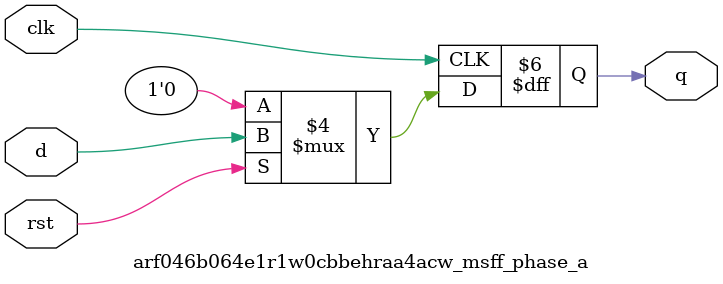
<source format=sv>
`ifndef ARF046B064E1R1W0CBBEHRAA4ACW_MSFF_PHASE_A_SV
`define ARF046B064E1R1W0CBBEHRAA4ACW_MSFF_PHASE_A_SV

module arf046b064e1r1w0cbbehraa4acw_msff_phase_a #
(
  parameter DWIDTH = 1
)
(
  input  logic [DWIDTH-1:0] d,
  input  logic clk,
  input  logic rst,
  output logic [DWIDTH-1:0] q
);

always_ff @ (posedge clk) begin
  if (~rst) begin
    q <= '0;
  end
  else begin
    q <= d;
  end
end

endmodule // arf046b064e1r1w0cbbehraa4acw_msff_phase_a

`endif // ARF046B064E1R1W0CBBEHRAA4ACW_MSFF_PHASE_A_SV
</source>
